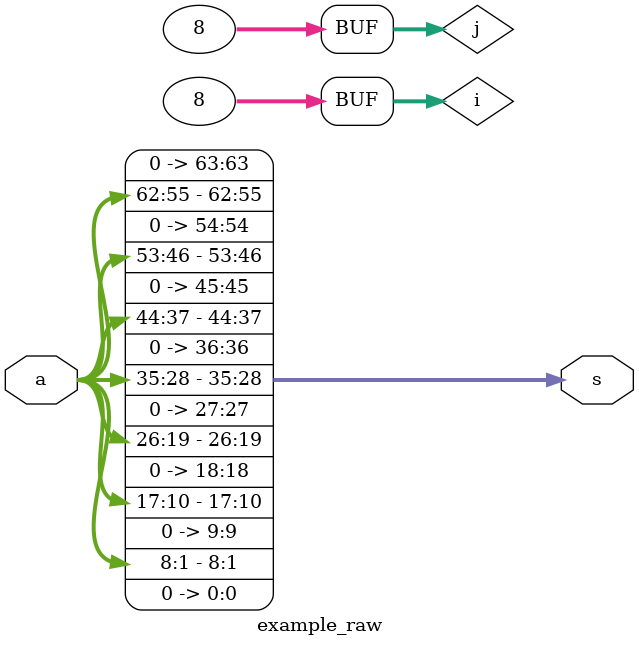
<source format=v>
module example_raw
#(  parameter    W = 8,
    parameter    H = 8)
(
    input [W*H-1:0] a,
    output reg [W*H-1:0] s
);

integer i, j;
always @ (a) begin
    for (i = 0; i < W; i = i + 1) begin
        for (j = 0; j < H; j = j + 1) begin
             s[i*H+j] = a[i*H+j];
         end
    end

    for (i = 0; i < W; i = i + 1) begin
             s[i*H+i] = 0;
    end
end
endmodule
</source>
